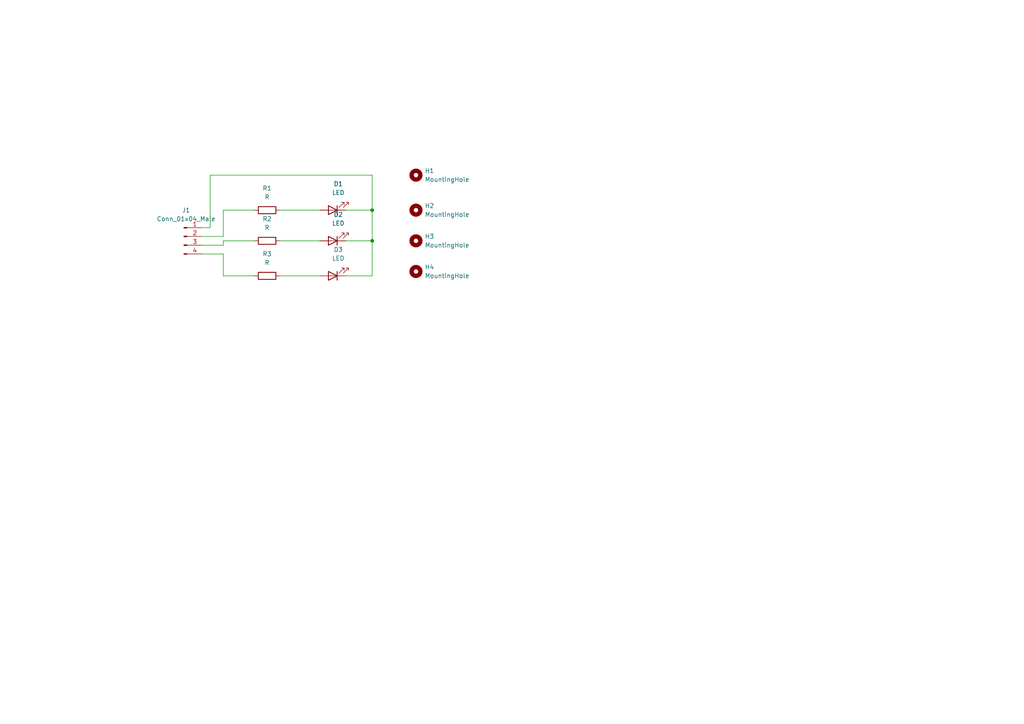
<source format=kicad_sch>
(kicad_sch (version 20211123) (generator eeschema)
  (paper "A4")
  (title_block (title "Simple LED Circuit") (date "2022-02-28") (rev "rev 01") (comment 3 "Lisense: ") (comment 4 "Designer: Maina Samuel"))
  (lib_symbols
    (symbol "Connector:Conn_01x04_Male" (pin_names (offset 1.016) hide)
      (property "Reference" "J" (at 0 5.08 0))
      (property "Value" "Conn_01x04_Male" (at 0 -7.62 0))
      (symbol "Conn_01x04_Male_1_1"
        (polyline (pts (xy 1.27 -5.08) (xy 0.8636 -5.08)) (stroke (width 0.1524)))
        (polyline (pts (xy 1.27 -2.54) (xy 0.8636 -2.54)) (stroke (width 0.1524)))
        (polyline (pts (xy 1.27 0) (xy 0.8636 0)) (stroke (width 0.1524)))
        (polyline (pts (xy 1.27 2.54) (xy 0.8636 2.54)) (stroke (width 0.1524)))
        (rectangle (start 0.8636 -4.953) (end 0 -5.207) (stroke (width 0.1524)) (fill (type outline)))
        (rectangle (start 0.8636 -2.413) (end 0 -2.667) (stroke (width 0.1524)) (fill (type outline)))
        (rectangle (start 0.8636 0.127) (end 0 -0.127) (stroke (width 0.1524)) (fill (type outline)))
        (rectangle (start 0.8636 2.667) (end 0 2.413) (stroke (width 0.1524)) (fill (type outline)))
        (pin passive line (at 5.08 2.54 180) (length 3.81) (name "Pin_1") (number "1"))
        (pin passive line (at 5.08 0 180) (length 3.81) (name "Pin_2") (number "2"))
        (pin passive line (at 5.08 -2.54 180) (length 3.81) (name "Pin_3") (number "3"))
        (pin passive line (at 5.08 -5.08 180) (length 3.81) (name "Pin_4") (number "4"))
      )
    )
    (symbol "Device:LED" (pin_numbers hide) (pin_names (offset 1.016) hide)
      (property "Reference" "D" (at 0 2.54 0))
      (property "Value" "LED" (at 0 -2.54 0))
      (symbol "LED_0_1"
        (polyline (pts (xy -1.27 -1.27) (xy -1.27 1.27)) (stroke (width 0.254)))
        (polyline (pts (xy -1.27 0) (xy 1.27 0)))
        (polyline (pts (xy 1.27 -1.27) (xy 1.27 1.27) (xy -1.27 0) (xy 1.27 -1.27)) (stroke (width 0.254)))
        (polyline (pts (xy -3.048 -0.762) (xy -4.572 -2.286) (xy -3.81 -2.286) (xy -4.572 -2.286) (xy -4.572 -1.524)))
        (polyline (pts (xy -1.778 -0.762) (xy -3.302 -2.286) (xy -2.54 -2.286) (xy -3.302 -2.286) (xy -3.302 -1.524)))
      )
      (symbol "LED_1_1"
        (pin passive line (at -3.81 0 0) (length 2.54) (name "K") (number "1"))
        (pin passive line (at 3.81 0 180) (length 2.54) (name "A") (number "2"))
      )
    )
    (symbol "Device:R" (pin_numbers hide) (pin_names (offset 0))
      (property "Reference" "R" (at 2.032 0 90))
      (property "Value" "R" (at 0 0 90))
      (symbol "R_0_1"
        (rectangle (start -1.016 -2.54) (end 1.016 2.54) (stroke (width 0.254)))
      )
      (symbol "R_1_1"
        (pin passive line (at 0 3.81 270) (length 1.27) (name "~") (number "1"))
        (pin passive line (at 0 -3.81 90) (length 1.27) (name "~") (number "2"))
      )
    )
    (symbol "Mechanical:MountingHole" (pin_names (offset 1.016))
      (property "Reference" "H" (at 0 5.08 0))
      (property "Value" "MountingHole" (at 0 3.175 0))
      (symbol "MountingHole_0_1"
        (circle (center 0 0) (radius 1.27) (stroke (width 1.27)))
      )
    )
  )
  (junction (at 107.95 69.85))
  (junction (at 107.95 60.96))
  (wire (pts (xy 64.77 80.01) (xy 73.66 80.01)))
  (wire (pts (xy 64.77 68.58) (xy 64.77 60.96)))
  (wire (pts (xy 107.95 60.96) (xy 107.95 69.85)))
  (wire (pts (xy 58.42 71.12) (xy 64.77 71.12)))
  (wire (pts (xy 64.77 60.96) (xy 73.66 60.96)))
  (wire (pts (xy 58.42 68.58) (xy 64.77 68.58)))
  (wire (pts (xy 64.77 71.12) (xy 64.77 69.85)))
  (wire (pts (xy 81.28 69.85) (xy 92.71 69.85)))
  (wire (pts (xy 100.33 60.96) (xy 107.95 60.96)))
  (wire (pts (xy 60.96 66.04) (xy 60.96 50.8)))
  (wire (pts (xy 64.77 73.66) (xy 64.77 80.01)))
  (wire (pts (xy 107.95 69.85) (xy 107.95 80.01)))
  (wire (pts (xy 81.28 80.01) (xy 92.71 80.01)))
  (wire (pts (xy 107.95 50.8) (xy 107.95 60.96)))
  (wire (pts (xy 81.28 60.96) (xy 92.71 60.96)))
  (wire (pts (xy 100.33 69.85) (xy 107.95 69.85)))
  (wire (pts (xy 58.42 73.66) (xy 64.77 73.66)))
  (wire (pts (xy 64.77 69.85) (xy 73.66 69.85)))
  (wire (pts (xy 107.95 80.01) (xy 100.33 80.01)))
  (wire (pts (xy 60.96 50.8) (xy 107.95 50.8)))
  (wire (pts (xy 58.42 66.04) (xy 60.96 66.04)))
  (symbol (lib_id "Device:R") (at 77.47 69.85 90) (unit 1)
    (property "Reference" "R2" (at 77.47 63.5 90))
    (property "Value" "R" (at 77.47 66.04 90))
    (property "Footprint" "Resistor_THT:R_Axial_DIN0204_L3.6mm_D1.6mm_P5.08mm_Horizontal" (effects hide))
  )
  (symbol (lib_id "Mechanical:MountingHole") (at 120.65 78.74 0) (unit 1)
    (property "Reference" "H4" (at 123.19 77.4699 0) (effects (justify left)))
    (property "Value" "MountingHole" (at 123.19 80.0099 0) (effects (justify left)))
    (property "Footprint" "MountingHole:MountingHole_2.5mm" (effects hide))
  )
  (symbol (lib_id "Device:LED") (at 96.52 60.96 180) (unit 1)
    (property "Reference" "D1" (at 98.1075 53.34 0))
    (property "Value" "LED" (at 98.1075 55.88 0))
    (property "Footprint" "LED_THT:LED_D3.0mm" (effects hide))
  )
  (symbol (lib_id "Device:LED") (at 96.52 80.01 180) (unit 1)
    (property "Reference" "D3" (at 98.1075 72.39 0))
    (property "Value" "LED" (at 98.1075 74.93 0))
    (property "Footprint" "LED_THT:LED_D3.0mm" (effects hide))
  )
  (symbol (lib_id "Mechanical:MountingHole") (at 120.65 60.96 0) (unit 1)
    (property "Reference" "H2" (at 123.19 59.6899 0) (effects (justify left)))
    (property "Value" "MountingHole" (at 123.19 62.2299 0) (effects (justify left)))
    (property "Footprint" "MountingHole:MountingHole_2.5mm" (effects hide))
  )
  (symbol (lib_id "Mechanical:MountingHole") (at 120.65 50.8 0) (unit 1)
    (property "Reference" "H1" (at 123.19 49.5299 0) (effects (justify left)))
    (property "Value" "MountingHole" (at 123.19 52.0699 0) (effects (justify left)))
    (property "Footprint" "MountingHole:MountingHole_2.5mm" (effects hide))
  )
  (symbol (lib_id "Device:R") (at 77.47 80.01 90) (unit 1)
    (property "Reference" "R3" (at 77.47 73.66 90))
    (property "Value" "R" (at 77.47 76.2 90))
    (property "Footprint" "Resistor_THT:R_Axial_DIN0204_L3.6mm_D1.6mm_P5.08mm_Horizontal" (effects hide))
  )
  (symbol (lib_id "Mechanical:MountingHole") (at 120.65 69.85 0) (unit 1)
    (property "Reference" "H3" (at 123.19 68.5799 0) (effects (justify left)))
    (property "Value" "MountingHole" (at 123.19 71.1199 0) (effects (justify left)))
    (property "Footprint" "MountingHole:MountingHole_2.5mm" (effects hide))
  )
  (symbol (lib_id "Device:R") (at 77.47 60.96 90) (unit 1)
    (property "Reference" "R1" (at 77.47 54.61 90))
    (property "Value" "R" (at 77.47 57.15 90))
    (property "Footprint" "Resistor_THT:R_Axial_DIN0204_L3.6mm_D1.6mm_P5.08mm_Horizontal" (effects hide))
  )
  (symbol (lib_id "Connector:Conn_01x04_Male") (at 53.34 68.58 0) (unit 1)
    (property "Reference" "J1" (at 53.975 60.96 0))
    (property "Value" "Conn_01x04_Male" (at 53.975 63.5 0))
    (property "Footprint" "Connector_PinHeader_2.54mm:PinHeader_1x04_P2.54mm_Horizontal" (effects hide))
  )
  (symbol (lib_id "Device:LED") (at 96.52 69.85 180) (unit 1)
    (property "Reference" "D2" (at 98.1075 62.23 0))
    (property "Value" "LED" (at 98.1075 64.77 0))
    (property "Footprint" "LED_THT:LED_D3.0mm" (effects hide))
  )
)
</source>
